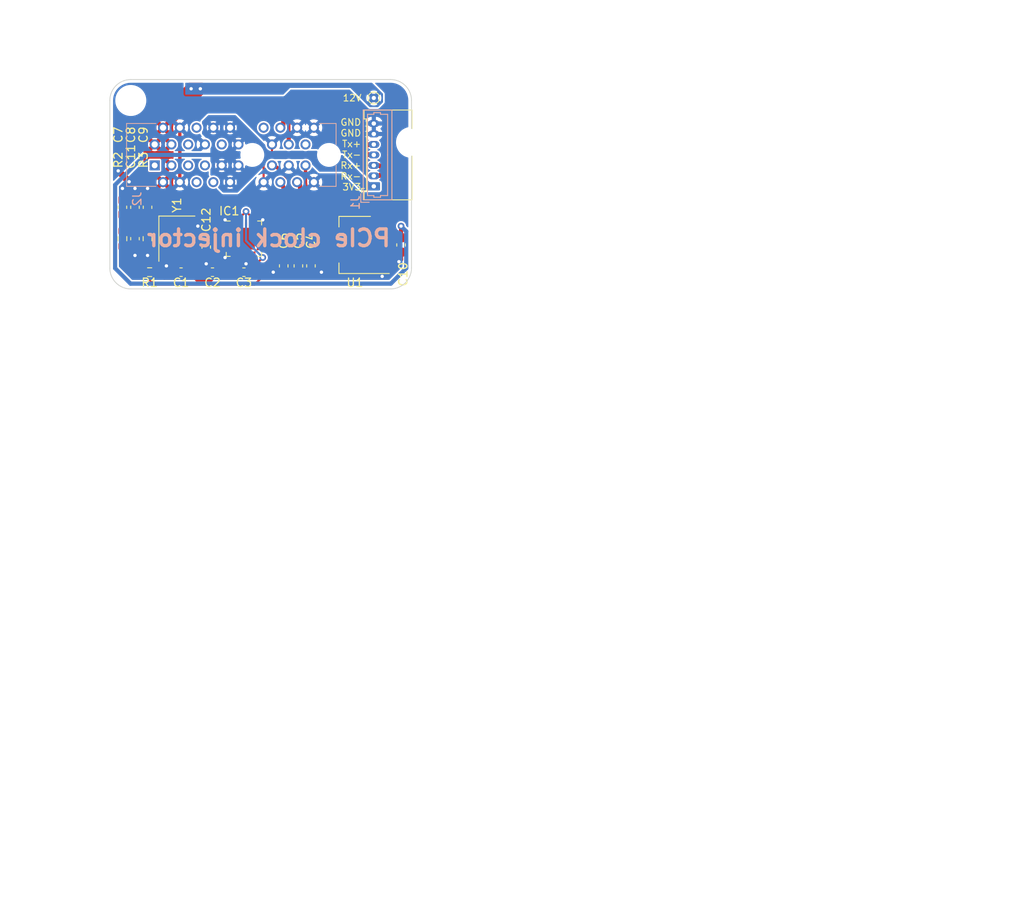
<source format=kicad_pcb>
(kicad_pcb (version 20221018) (generator pcbnew)
  (layers (0 "F.Cu" signal) (31 "B.Cu" signal) (34 "B.Paste" user) (35 "F.Paste" user) (36 "B.SilkS" user "B.Silkscreen") (37 "F.SilkS" user "F.Silkscreen") (38 "B.Mask" user) (39 "F.Mask" user) (44 "Edge.Cuts" user))
  (net 0 "")
  (net 1 "/VDD_OSC_18")
  (net 2 "GND")
  (net 3 "/VDDO_18")
  (net 4 "/VDDA_18")
  (net 5 "Net-(IC1-XTAL_IN{slash}CLK)")
  (net 6 "Net-(IC1-XTAL_OUT)")
  (net 11 "/Clk+")
  (net 12 "/Clk-")
  (net 15 "/Tx-")
  (net 16 "/Tx+")
  (net 17 "/3V3")
  (net 18 "/Rx-")
  (net 19 "/Rx+")
  (net 21 "/12V")
  (footprint "Resistor_SMD:R_0603_1608Metric_Pad0.98x0.95mm_HandSolder" (layer "F.Cu") (at 104.75 98 180)
    (fp_text reference "R1" (at 0 -1.25) (layer "F.SilkS"))
    (fp_text value "1")
    (fp_line (start -0.254724 -0.5225) (end 0.254724 -0.5225) (stroke (width 0.12)) (layer "F.SilkS"))
    (fp_line (start -0.254724 0.5225) (end 0.254724 0.5225) (stroke (width 0.12)) (layer "F.SilkS"))
    (pad "1" smd roundrect (at -0.9125 0 180) (size 0.975 0.95) (layers "F.Cu" "F.Paste" "F.Mask") (net 1 "/VDD_OSC_18"))
    (pad "2" smd roundrect (at 0.9125 0 180) (size 0.975 0.95) (layers "F.Cu" "F.Paste" "F.Mask") (net 3 "/VDDO_18"))
  )
  (footprint "Connector_Molex:Molex_PicoBlade_53048-0710_1x07_P1.25mm_Horizontal" (layer "F.Cu") (at 131.5 87.75 90)
    (fp_text reference "J3" hide)
    (fp_text value "Conn_01x07_MountingPin")
    (fp_line (start -1.61 -1.16) (end -1.61 4.56) (stroke (width 0.12)) (layer "F.SilkS"))
    (fp_line (start -1.61 4.56) (end 3.75 4.56) (stroke (width 0.12)) (layer "F.SilkS"))
    (fp_line (start -0.54 -1.16) (end -1.61 -1.16) (stroke (width 0.12)) (layer "F.SilkS"))
    (fp_line (start -0.54 -0.86) (end -0.54 -1.16) (stroke (width 0.12)) (layer "F.SilkS"))
    (fp_line (start -0.25 -1.45) (end -0.75 -1.45) (stroke (width 0.12)) (layer "F.SilkS"))
    (fp_line (start -0.25 -1.15) (end -0.25 -1.45) (stroke (width 0.12)) (layer "F.SilkS"))
    (fp_line (start 3.75 -0.86) (end -0.54 -0.86) (stroke (width 0.12)) (layer "F.SilkS"))
    (fp_line (start 3.75 -0.86) (end 8.04 -0.86) (stroke (width 0.12)) (layer "F.SilkS"))
    (fp_line (start 8.04 -1.16) (end 9.11 -1.16) (stroke (width 0.12)) (layer "F.SilkS"))
    (fp_line (start 8.04 -0.86) (end 8.04 -1.16) (stroke (width 0.12)) (layer "F.SilkS"))
    (fp_line (start 9.11 -1.16) (end 9.11 4.56) (stroke (width 0.12)) (layer "F.SilkS"))
    (fp_line (start 9.11 4.56) (end 3.75 4.56) (stroke (width 0.12)) (layer "F.SilkS"))
    (pad "1" thru_hole roundrect (at 0 0 90) (size 0.8 1.3) (drill 0.5) (layers "*.Cu" "*.Mask") (net 17 "/3V3"))
    (pad "2" thru_hole oval (at 1.25 0 90) (size 0.8 1.3) (drill 0.5) (layers "*.Cu" "*.Mask") (net 18 "/Rx-"))
    (pad "3" thru_hole oval (at 2.5 0 90) (size 0.8 1.3) (drill 0.5) (layers "*.Cu" "*.Mask") (net 19 "/Rx+"))
    (pad "4" thru_hole oval (at 3.75 0 90) (size 0.8 1.3) (drill 0.5) (layers "*.Cu" "*.Mask") (net 15 "/Tx-"))
    (pad "5" thru_hole oval (at 5 0 90) (size 0.8 1.3) (drill 0.5) (layers "*.Cu" "*.Mask") (net 16 "/Tx+"))
    (pad "6" thru_hole oval (at 6.25 0 90) (size 0.8 1.3) (drill 0.5) (layers "*.Cu" "*.Mask") (net 2 "GND"))
    (pad "7" thru_hole oval (at 7.5 0 90) (size 0.8 1.3) (drill 0.5) (layers "*.Cu" "*.Mask") (net 2 "GND"))
  )
  (footprint "Package_TO_SOT_SMD:SOT-223-3_TabPin2" (layer "F.Cu") (at 129.25 94.75 180)
    (fp_text reference "U1" (at 0 -4.5) (layer "F.SilkS"))
    (fp_text value "AMS1117-1.8")
    (fp_line (start -4.1 -3.41) (end 1.91 -3.41) (stroke (width 0.12)) (layer "F.SilkS"))
    (fp_line (start -1.85 3.41) (end 1.91 3.41) (stroke (width 0.12)) (layer "F.SilkS"))
    (fp_line (start 1.91 -3.41) (end 1.91 -2.15) (stroke (width 0.12)) (layer "F.SilkS"))
    (fp_line (start 1.91 3.41) (end 1.91 2.15) (stroke (width 0.12)) (layer "F.SilkS"))
    (pad "1" smd rect (at -3.15 -2.3 180) (size 2 1.5) (layers "F.Cu" "F.Paste" "F.Mask") (net 2 "GND"))
    (pad "2" smd rect (at -3.15 0 180) (size 2 1.5) (layers "F.Cu" "F.Paste" "F.Mask") (net 3 "/VDDO_18"))
    (pad "2" smd rect (at 3.15 0 180) (size 2 3.8) (layers "F.Cu" "F.Paste" "F.Mask") (net 3 "/VDDO_18"))
    (pad "3" smd rect (at -3.15 2.3 180) (size 2 1.5) (layers "F.Cu" "F.Paste" "F.Mask") (net 17 "/3V3"))
  )
  (footprint "Capacitor_SMD:C_0603_1608Metric_Pad1.08x0.95mm_HandSolder" (layer "F.Cu") (at 112.25 98 180)
    (fp_text reference "C2" (at 0 -1.25) (layer "F.SilkS"))
    (fp_text value "1u")
    (fp_line (start -0.146267 -0.51) (end 0.146267 -0.51) (stroke (width 0.12)) (layer "F.SilkS"))
    (fp_line (start -0.146267 0.51) (end 0.146267 0.51) (stroke (width 0.12)) (layer "F.SilkS"))
    (pad "1" smd roundrect (at -0.8625 0 180) (size 1.075 0.95) (layers "F.Cu" "F.Paste" "F.Mask") (net 1 "/VDD_OSC_18"))
    (pad "2" smd roundrect (at 0.8625 0 180) (size 1.075 0.95) (layers "F.Cu" "F.Paste" "F.Mask") (net 2 "GND"))
  )
  (footprint "Resistor_SMD:R_0603_1608Metric_Pad0.98x0.95mm_HandSolder" (layer "F.Cu") (at 101.5 94 90)
    (fp_text reference "R2" (at 9.4 -0.5 90) (layer "F.SilkS"))
    (fp_text value "1R5")
    (fp_line (start -0.254724 -0.5225) (end 0.254724 -0.5225) (stroke (width 0.12)) (layer "F.SilkS"))
    (fp_line (start -0.254724 0.5225) (end 0.254724 0.5225) (stroke (width 0.12)) (layer "F.SilkS"))
    (pad "1" smd roundrect (at -0.9125 0 90) (size 0.975 0.95) (layers "F.Cu" "F.Paste" "F.Mask") (net 3 "/VDDO_18"))
    (pad "2" smd roundrect (at 0.9125 0 90) (size 0.975 0.95) (layers "F.Cu" "F.Paste" "F.Mask") (net 4 "/VDDA_18"))
  )
  (footprint "Capacitor_SMD:C_0603_1608Metric_Pad1.08x0.95mm_HandSolder" (layer "F.Cu") (at 101.5 90.25 90)
    (fp_text reference "C7" (at 8.65 -0.5 90) (layer "F.SilkS"))
    (fp_text value "10u")
    (fp_line (start -0.146267 -0.51) (end 0.146267 -0.51) (stroke (width 0.12)) (layer "F.SilkS"))
    (fp_line (start -0.146267 0.51) (end 0.146267 0.51) (stroke (width 0.12)) (layer "F.SilkS"))
    (pad "1" smd roundrect (at -0.8625 0 90) (size 1.075 0.95) (layers "F.Cu" "F.Paste" "F.Mask") (net 4 "/VDDA_18"))
    (pad "2" smd roundrect (at 0.8625 0 90) (size 1.075 0.95) (layers "F.Cu" "F.Paste" "F.Mask") (net 2 "GND"))
  )
  (footprint "Crystal:Crystal_SMD_SeikoEpson_TSX3225-4Pin_3.2x2.5mm_HandSoldering" (layer "F.Cu") (at 108 94 -90)
    (fp_text reference "Y1" (at -4 0 90) (layer "F.SilkS"))
    (fp_text value "25MHz")
    (fp_line (start -2.7 -2.15) (end -2.7 2.15) (stroke (width 0.12)) (layer "F.SilkS"))
    (fp_line (start -2.7 2.15) (end 2.7 2.15) (stroke (width 0.12)) (layer "F.SilkS"))
    (pad "1" smd rect (at -1.45 1.0875 270) (size 2.1 1.725) (layers "F.Cu" "F.Paste" "F.Mask") (net 5 "Net-(IC1-XTAL_IN{slash}CLK)"))
    (pad "2" smd rect (at 1.45 1.0875 270) (size 2.1 1.725) (layers "F.Cu" "F.Paste" "F.Mask") (net 2 "GND"))
    (pad "3" smd rect (at 1.45 -1.0875 270) (size 2.1 1.725) (layers "F.Cu" "F.Paste" "F.Mask") (net 6 "Net-(IC1-XTAL_OUT)"))
    (pad "4" smd rect (at -1.45 -1.0875 270) (size 2.1 1.725) (layers "F.Cu" "F.Paste" "F.Mask") (net 2 "GND"))
  )
  (footprint "Resistor_SMD:R_0603_1608Metric_Pad0.98x0.95mm_HandSolder" (layer "F.Cu") (at 104.5 94 -90)
    (fp_text reference "R3" (at -9.4 0.5 90) (layer "F.SilkS"))
    (fp_text value "R")
    (fp_line (start -0.254724 -0.5225) (end 0.254724 -0.5225) (stroke (width 0.12)) (layer "F.SilkS"))
    (fp_line (start -0.254724 0.5225) (end 0.254724 0.5225) (stroke (width 0.12)) (layer "F.SilkS"))
    (pad "1" smd roundrect (at -0.9125 0 270) (size 0.975 0.95) (layers "F.Cu" "F.Paste" "F.Mask") (net 5 "Net-(IC1-XTAL_IN{slash}CLK)"))
    (pad "2" smd roundrect (at 0.9125 0 270) (size 0.975 0.95) (layers "F.Cu" "F.Paste" "F.Mask") (net 2 "GND"))
  )
  (footprint "MountingHole:MountingHole_3.2mm_M3_ISO7380" (layer "F.Cu") (at 136 82.5)
    (fp_text reference "H2" hide)
    (fp_text value "MountingHole")
    (pad "" np_thru_hole circle (at 0 0) (size 3.2 3.2) (drill 3.2) (layers "*.Cu" "*.Mask"))
  )
  (footprint "Capacitor_SMD:C_0603_1608Metric_Pad1.08x0.95mm_HandSolder" (layer "F.Cu") (at 104.5 90.25 90)
    (fp_text reference "C9" (at 8.65 -0.5 90) (layer "F.SilkS"))
    (fp_text value "100n")
    (fp_line (start -0.146267 -0.51) (end 0.146267 -0.51) (stroke (width 0.12)) (layer "F.SilkS"))
    (fp_line (start -0.146267 0.51) (end 0.146267 0.51) (stroke (width 0.12)) (layer "F.SilkS"))
    (pad "1" smd roundrect (at -0.8625 0 90) (size 1.075 0.95) (layers "F.Cu" "F.Paste" "F.Mask") (net 4 "/VDDA_18"))
    (pad "2" smd roundrect (at 0.8625 0 90) (size 1.075 0.95) (layers "F.Cu" "F.Paste" "F.Mask") (net 2 "GND"))
  )
  (footprint "Capacitor_SMD:C_0603_1608Metric_Pad1.08x0.95mm_HandSolder" (layer "F.Cu") (at 103 94 -90)
    (fp_text reference "C11" (at -9.8 0.5 90) (layer "F.SilkS"))
    (fp_text value "8p")
    (fp_line (start -0.146267 -0.51) (end 0.146267 -0.51) (stroke (width 0.12)) (layer "F.SilkS"))
    (fp_line (start -0.146267 0.51) (end 0.146267 0.51) (stroke (width 0.12)) (layer "F.SilkS"))
    (pad "1" smd roundrect (at -0.8625 0 270) (size 1.075 0.95) (layers "F.Cu" "F.Paste" "F.Mask") (net 5 "Net-(IC1-XTAL_IN{slash}CLK)"))
    (pad "2" smd roundrect (at 0.8625 0 270) (size 1.075 0.95) (layers "F.Cu" "F.Paste" "F.Mask") (net 2 "GND"))
  )
  (footprint "TestPoint:TestPoint_THTPad_D1.0mm_Drill0.5mm" (layer "F.Cu") (at 131.5 77.2)
    (fp_text reference "TP1" hide)
    (fp_text value "12V")
    (fp_text user "${VALUE}" (at -1.4 0 unlocked) (layer "F.SilkS") (effects (font (size 0.8 0.8) (thickness 0.12)) (justify right)))
    (fp_circle (center 0 0) (end 0 0.7) (stroke (width 0.12)) (fill none) (layer "F.SilkS"))
    (pad "1" thru_hole circle (at 0 0) (size 1 1) (drill 0.5) (layers "*.Cu" "*.Mask") (net 21 "/12V"))
  )
  (footprint "Capacitor_SMD:C_0603_1608Metric_Pad1.08x0.95mm_HandSolder" (layer "F.Cu") (at 120.75 97.25 -90)
    (fp_text reference "C6" (at -3 0 90) (layer "F.SilkS"))
    (fp_text value "100n")
    (fp_line (start -0.146267 -0.51) (end 0.146267 -0.51) (stroke (width 0.12)) (layer "F.SilkS"))
    (fp_line (start -0.146267 0.51) (end 0.146267 0.51) (stroke (width 0.12)) (layer "F.SilkS"))
    (pad "1" smd roundrect (at -0.8625 0 270) (size 1.075 0.95) (layers "F.Cu" "F.Paste" "F.Mask") (net 3 "/VDDO_18"))
    (pad "2" smd roundrect (at 0.8625 0 270) (size 1.075 0.95) (layers "F.Cu" "F.Paste" "F.Mask") (net 2 "GND"))
  )
  (footprint "Capacitor_SMD:C_0603_1608Metric_Pad1.08x0.95mm_HandSolder" (layer "F.Cu") (at 122.5 97.25 -90)
    (fp_text reference "C5" (at -3 0 90) (layer "F.SilkS"))
    (fp_text value "1u")
    (fp_line (start -0.146267 -0.51) (end 0.146267 -0.51) (stroke (width 0.12)) (layer "F.SilkS"))
    (fp_line (start -0.146267 0.51) (end 0.146267 0.51) (stroke (width 0.12)) (layer "F.SilkS"))
    (pad "1" smd roundrect (at -0.8625 0 270) (size 1.075 0.95) (layers "F.Cu" "F.Paste" "F.Mask") (net 3 "/VDDO_18"))
    (pad "2" smd roundrect (at 0.8625 0 270) (size 1.075 0.95) (layers "F.Cu" "F.Paste" "F.Mask") (net 2 "GND"))
  )
  (footprint "Package_DFN_QFN:QFN-24-1EP_4x4mm_P0.5mm_EP2.6x2.6mm" (layer "F.Cu") (at 116 94)
    (fp_text reference "IC1" (at -1.75 -3.3) (layer "F.SilkS"))
    (fp_text value "PI6CG18201ZDIEX")
    (fp_line (start -2.11 2.11) (end -2.11 1.635) (stroke (width 0.12)) (layer "F.SilkS"))
    (fp_line (start -1.635 -2.11) (end -2.11 -2.11) (stroke (width 0.12)) (layer "F.SilkS"))
    (fp_line (start -1.635 2.11) (end -2.11 2.11) (stroke (width 0.12)) (layer "F.SilkS"))
    (fp_line (start 1.635 -2.11) (end 2.11 -2.11) (stroke (width 0.12)) (layer "F.SilkS"))
    (fp_line (start 1.635 2.11) (end 2.11 2.11) (stroke (width 0.12)) (layer "F.SilkS"))
    (fp_line (start 2.11 -2.11) (end 2.11 -1.635) (stroke (width 0.12)) (layer "F.SilkS"))
    (fp_line (start 2.11 2.11) (end 2.11 1.635) (stroke (width 0.12)) (layer "F.SilkS"))
    (pad "1" smd roundrect (at -1.9375 -1.25) (size 0.825 0.25) (layers "F.Cu" "F.Paste" "F.Mask") (net 5 "Net-(IC1-XTAL_IN{slash}CLK)"))
    (pad "2" smd roundrect (at -1.9375 -0.75) (size 0.825 0.25) (layers "F.Cu" "F.Paste" "F.Mask") (net 6 "Net-(IC1-XTAL_OUT)"))
    (pad "3" smd roundrect (at -1.9375 -0.25) (size 0.825 0.25) (layers "F.Cu" "F.Paste" "F.Mask") (net 1 "/VDD_OSC_18"))
    (pad "4" smd roundrect (at -1.9375 0.25) (size 0.825 0.25) (layers "F.Cu" "F.Paste" "F.Mask"))
    (pad "5" smd roundrect (at -1.9375 0.75) (size 0.825 0.25) (layers "F.Cu" "F.Paste" "F.Mask") (net 2 "GND"))
    (pad "6" smd roundrect (at -1.9375 1.25) (size 0.825 0.25) (layers "F.Cu" "F.Paste" "F.Mask") (net 2 "GND"))
    (pad "7" smd roundrect (at -1.25 1.9375) (size 0.25 0.825) (layers "F.Cu" "F.Paste" "F.Mask") (net 1 "/VDD_OSC_18"))
    (pad "8" smd roundrect (at -0.75 1.9375) (size 0.25 0.825) (layers "F.Cu" "F.Paste" "F.Mask"))
    (pad "9" smd roundrect (at -0.25 1.9375) (size 0.25 0.825) (layers "F.Cu" "F.Paste" "F.Mask"))
    (pad "10" smd roundrect (at 0.25 1.9375) (size 0.25 0.825) (layers "F.Cu" "F.Paste" "F.Mask") (net 2 "GND"))
    (pad "11" smd roundrect (at 0.75 1.9375) (size 0.25 0.825) (layers "F.Cu" "F.Paste" "F.Mask") (net 3 "/VDDO_18"))
    (pad "12" smd roundrect (at 1.25 1.9375) (size 0.25 0.825) (layers "F.Cu" "F.Paste" "F.Mask"))
    (pad "13" smd roundrect (at 1.9375 1.25) (size 0.825 0.25) (layers "F.Cu" "F.Paste" "F.Mask") (net 11 "/Clk+"))
    (pad "14" smd roundrect (at 1.9375 0.75) (size 0.825 0.25) (layers "F.Cu" "F.Paste" "F.Mask") (net 12 "/Clk-"))
    (pad "15" smd roundrect (at 1.9375 0.25) (size 0.825 0.25) (layers "F.Cu" "F.Paste" "F.Mask") (net 2 "GND"))
    (pad "16" smd roundrect (at 1.9375 -0.25) (size 0.825 0.25) (layers "F.Cu" "F.Paste" "F.Mask") (net 4 "/VDDA_18"))
    (pad "17" smd roundrect (at 1.9375 -0.75) (size 0.825 0.25) (layers "F.Cu" "F.Paste" "F.Mask"))
    (pad "18" smd roundrect (at 1.9375 -1.25) (size 0.825 0.25) (layers "F.Cu" "F.Paste" "F.Mask"))
    (pad "19" smd roundrect (at 1.25 -1.9375) (size 0.25 0.825) (layers "F.Cu" "F.Paste" "F.Mask") (net 2 "GND"))
    (pad "20" smd roundrect (at 0.75 -1.9375) (size 0.25 0.825) (layers "F.Cu" "F.Paste" "F.Mask") (net 3 "/VDDO_18"))
    (pad "21" smd roundrect (at 0.25 -1.9375) (size 0.25 0.825) (layers "F.Cu" "F.Paste" "F.Mask") (net 2 "GND"))
    (pad "22" smd roundrect (at -0.25 -1.9375) (size 0.25 0.825) (layers "F.Cu" "F.Paste" "F.Mask") (net 3 "/VDDO_18"))
    (pad "23" smd roundrect (at -0.75 -1.9375) (size 0.25 0.825) (layers "F.Cu" "F.Paste" "F.Mask") (net 2 "GND"))
    (pad "24" smd roundrect (at -1.25 -1.9375) (size 0.25 0.825) (layers "F.Cu" "F.Paste" "F.Mask") (net 2 "GND"))
    (pad "25" smd rect (at 0 0) (size 2.6 2.6) (layers "F.Cu" "F.Mask") (net 2 "GND"))
  )
  (footprint "Capacitor_SMD:C_0603_1608Metric_Pad1.08x0.95mm_HandSolder" (layer "F.Cu") (at 111.5 95 -90)
    (fp_text reference "C12" (at -3.25 0 90) (layer "F.SilkS"))
    (fp_text value "8p")
    (fp_line (start -0.146267 -0.51) (end 0.146267 -0.51) (stroke (width 0.12)) (layer "F.SilkS"))
    (fp_line (start -0.146267 0.51) (end 0.146267 0.51) (stroke (width 0.12)) (layer "F.SilkS"))
    (pad "1" smd roundrect (at -0.8625 0 270) (size 1.075 0.95) (layers "F.Cu" "F.Paste" "F.Mask") (net 6 "Net-(IC1-XTAL_OUT)"))
    (pad "2" smd roundrect (at 0.8625 0 270) (size 1.075 0.95) (layers "F.Cu" "F.Paste" "F.Mask") (net 2 "GND"))
  )
  (footprint "Capacitor_SMD:C_0603_1608Metric_Pad1.08x0.95mm_HandSolder" (layer "F.Cu") (at 134.75 94.75 -90)
    (fp_text reference "C10" (at 3.5 -0.25 90) (layer "F.SilkS"))
    (fp_text value "100n")
    (fp_line (start -0.146267 -0.51) (end 0.146267 -0.51) (stroke (width 0.12)) (layer "F.SilkS"))
    (fp_line (start -0.146267 0.51) (end 0.146267 0.51) (stroke (width 0.12)) (layer "F.SilkS"))
    (pad "1" smd roundrect (at -0.8625 0 270) (size 1.075 0.95) (layers "F.Cu" "F.Paste" "F.Mask") (net 17 "/3V3"))
    (pad "2" smd roundrect (at 0.8625 0 270) (size 1.075 0.95) (layers "F.Cu" "F.Paste" "F.Mask") (net 2 "GND"))
  )
  (footprint "Capacitor_SMD:C_0603_1608Metric_Pad1.08x0.95mm_HandSolder" (layer "F.Cu") (at 108.5 98 180)
    (fp_text reference "C1" (at 0 -1.25) (layer "F.SilkS"))
    (fp_text value "10u")
    (fp_line (start -0.146267 -0.51) (end 0.146267 -0.51) (stroke (width 0.12)) (layer "F.SilkS"))
    (fp_line (start -0.146267 0.51) (end 0.146267 0.51) (stroke (width 0.12)) (layer "F.SilkS"))
    (pad "1" smd roundrect (at -0.8625 0 180) (size 1.075 0.95) (layers "F.Cu" "F.Paste" "F.Mask") (net 1 "/VDD_OSC_18"))
    (pad "2" smd roundrect (at 0.8625 0 180) (size 1.075 0.95) (layers "F.Cu" "F.Paste" "F.Mask") (net 2 "GND"))
  )
  (footprint "Capacitor_SMD:C_0603_1608Metric_Pad1.08x0.95mm_HandSolder" (layer "F.Cu") (at 116 98)
    (fp_text reference "C3" (at 0 1.25) (layer "F.SilkS"))
    (fp_text value "100n")
    (fp_line (start -0.146267 -0.51) (end 0.146267 -0.51) (stroke (width 0.12)) (layer "F.SilkS"))
    (fp_line (start -0.146267 0.51) (end 0.146267 0.51) (stroke (width 0.12)) (layer "F.SilkS"))
    (pad "1" smd roundrect (at -0.8625 0) (size 1.075 0.95) (layers "F.Cu" "F.Paste" "F.Mask") (net 1 "/VDD_OSC_18"))
    (pad "2" smd roundrect (at 0.8625 0) (size 1.075 0.95) (layers "F.Cu" "F.Paste" "F.Mask") (net 2 "GND"))
  )
  (footprint "Capacitor_SMD:C_0603_1608Metric_Pad1.08x0.95mm_HandSolder" (layer "F.Cu") (at 124 97.25 -90)
    (fp_text reference "C4" (at -3 0 90) (layer "F.SilkS"))
    (fp_text value "10u")
    (fp_line (start -0.146267 -0.51) (end 0.146267 -0.51) (stroke (width 0.12)) (layer "F.SilkS"))
    (fp_line (start -0.146267 0.51) (end 0.146267 0.51) (stroke (width 0.12)) (layer "F.SilkS"))
    (pad "1" smd roundrect (at -0.8625 0 270) (size 1.075 0.95) (layers "F.Cu" "F.Paste" "F.Mask") (net 3 "/VDDO_18"))
    (pad "2" smd roundrect (at 0.8625 0 270) (size 1.075 0.95) (layers "F.Cu" "F.Paste" "F.Mask") (net 2 "GND"))
  )
  (footprint "Capacitor_SMD:C_0603_1608Metric_Pad1.08x0.95mm_HandSolder" (layer "F.Cu") (at 103 90.25 90)
    (fp_text reference "C8" (at 8.65 -0.5 90) (layer "F.SilkS"))
    (fp_text value "1u")
    (fp_line (start -0.146267 -0.51) (end 0.146267 -0.51) (stroke (width 0.12)) (layer "F.SilkS"))
    (fp_line (start -0.146267 0.51) (end 0.146267 0.51) (stroke (width 0.12)) (layer "F.SilkS"))
    (pad "1" smd roundrect (at -0.8625 0 90) (size 1.075 0.95) (layers "F.Cu" "F.Paste" "F.Mask") (net 4 "/VDDA_18"))
    (pad "2" smd roundrect (at 0.8625 0 90) (size 1.075 0.95) (layers "F.Cu" "F.Paste" "F.Mask") (net 2 "GND"))
  )
  (footprint "MountingHole:MountingHole_3.2mm_M3_ISO7380" (layer "B.Cu") (at 102.5 77.5 180)
    (fp_text reference "H1" hide)
    (fp_text value "MountingHole")
    (pad "" np_thru_hole circle (at 0 0 180) (size 3.2 3.2) (drill 3.2) (layers "*.Cu" "*.Mask"))
  )
  (footprint "Kharars-KiCAD-lib:PCIE03602FDTH" (layer "B.Cu") (at 127 84 180)
    (fp_text reference "J2" (at 23.75 -5.25 90) (layer "B.SilkS") (effects (justify mirror)))
    (fp_text value "PCI_Express_x1 female connector" hide)
    (fp_line (start 0 -3.75) (end 2 -3.75) (stroke (width 0.1)) (layer "B.SilkS"))
    (fp_line (start 0 -1.25) (end 0 -3.75) (stroke (width 0.1)) (layer "B.SilkS"))
    (fp_line (start 0 3.75) (end 0 1.25) (stroke (width 0.1)) (layer "B.SilkS"))
    (fp_line (start 2 3.75) (end 0 3.75) (stroke (width 0.1)) (layer "B.SilkS"))
    (fp_line (start 22 -3.75) (end 21.5 -3.75) (stroke (width 0.1)) (layer "B.SilkS"))
    (fp_line (start 22 3.75) (end 21.5 3.75) (stroke (width 0.1)) (layer "B.SilkS"))
    (fp_line (start 22 3.75) (end 25 3.75) (stroke (width 0.1)) (layer "B.SilkS"))
    (fp_line (start 25 -3.75) (end 22 -3.75) (stroke (width 0.1)) (layer "B.SilkS"))
    (fp_line (start 25 3.75) (end 25 -3.75) (stroke (width 0.1)) (layer "B.SilkS"))
    (pad "" np_thru_hole circle (at 0.85 0 90) (size 2.35 2.35) (drill 2.35) (layers "F&B.Cu" "*.Mask"))
    (pad "" np_thru_hole circle (at 10 0 90) (size 2.35 2.35) (drill 2.35) (layers "F&B.Cu" "*.Mask"))
    (pad "A1" thru_hole rect (at 21.65 -1.25 90) (size 1.2 1.2) (drill 0.7) (layers "*.Cu" "*.Mask"))
    (pad "A2" thru_hole circle (at 20.65 -3.25 90) (size 1.2 1.2) (drill 0.75) (layers "*.Cu" "*.Mask") (net 21 "/12V"))
    (pad "A3" thru_hole circle (at 19.65 -1.25 90) (size 1.2 1.2) (drill 0.75) (layers "*.Cu" "*.Mask") (net 21 "/12V"))
    (pad "A4" thru_hole circle (at 18.65 -3.25 90) (size 1.2 1.2) (drill 0.75) (layers "*.Cu" "*.Mask") (net 2 "GND"))
    (pad "A5" thru_hole circle (at 17.65 -1.25 90) (size 1.2 1.2) (drill 0.75) (layers "*.Cu" "*.Mask"))
    (pad "A6" thru_hole circle (at 16.65 -3.25 90) (size 1.2 1.2) (drill 0.75) (layers "*.Cu" "*.Mask"))
    (pad "A7" thru_hole circle (at 15.65 -1.25 90) (size 1.2 1.2) (drill 0.75) (layers "*.Cu" "*.Mask"))
    (pad "A8" thru_hole circle (at 14.65 -3.25 90) (size 1.2 1.2) (drill 0.75) (layers "*.Cu" "*.Mask"))
    (pad "A9" thru_hole circle (at 13.65 -1.25 90) (size 1.2 1.2) (drill 0.75) (layers "*.Cu" "*.Mask") (net 17 "/3V3"))
    (pad "A10" thru_hole circle (at 12.65 -3.25 90) (size 1.2 1.2) (drill 0.75) (layers "*.Cu" "*.Mask") (net 17 "/3V3"))
    (pad "A11" thru_hole circle (at 11.65 -1.25 90) (size 1.2 1.2) (drill 0.75) (layers "*.Cu" "*.Mask") (net 17 "/3V3"))
    (pad "A12" thru_hole circle (at 8.65 -3.25 90) (size 1.2 1.2) (drill 0.75) (layers "*.Cu" "*.Mask") (net 2 "GND"))
    (pad "A13" thru_hole circle (at 7.65 -1.25 90) (size 1.2 1.2) (drill 0.75) (layers "*.Cu" "*.Mask") (net 11 "/Clk+"))
    (pad "A14" thru_hole circle (at 6.65 -3.25 90) (size 1.2 1.2) (drill 0.75) (layers "*.Cu" "*.Mask") (net 12 "/Clk-"))
    (pad "A15" thru_hole circle (at 5.65 -1.25 90) (size 1.2 1.2) (drill 0.75) (layers "*.Cu" "*.Mask") (net 2 "GND"))
    (pad "A16" thru_hole circle (at 4.65 -3.25 90) (size 1.2 1.2) (drill 0.75) (layers "*.Cu" "*.Mask") (net 19 "/Rx+"))
    (pad "A17" thru_hole circle (at 3.65 -1.25 90) (size 1.2 1.2) (drill 0.75) (layers "*.Cu" "*.Mask") (net 18 "/Rx-"))
    (pad "A18" thru_hole circle (at 2.65 -3.25 90) (size 1.2 1.2) (drill 0.75) (layers "*.Cu" "*.Mask") (net 2 "GND"))
    (pad "B1" thru_hole circle (at 21.65 1.25 90) (size 1.2 1.2) (drill 0.75) (layers "*.Cu" "*.Mask") (net 21 "/12V"))
    (pad "B2" thru_hole circle (at 20.65 3.25 90) (size 1.2 1.2) (drill 0.75) (layers "*.Cu" "*.Mask") (net 21 "/12V"))
    (pad "B3" thru_hole circle (at 19.65 1.25 90) (size 1.2 1.2) (drill 0.75) (layers "*.Cu" "*.Mask") (net 21 "/12V"))
    (pad "B4" thru_hole circle (at 18.65 3.25 90) (size 1.2 1.2) (drill 0.75) (layers "*.Cu" "*.Mask") (net 2 "GND"))
    (pad "B5" thru_hole circle (at 17.65 1.25 90) (size 1.2 1.2) (drill 0.75) (layers "*.Cu" "*.Mask"))
    (pad "B6" thru_hole circle (at 16.65 3.25 90) (size 1.2 1.2) (drill 0.75) (layers "*.Cu" "*.Mask"))
    (pad "B7" thru_hole circle (at 15.65 1.25 90) (size 1.2 1.2) (drill 0.75) (layers "*.Cu" "*.Mask") (net 2 "GND"))
    (pad "B8" thru_hole circle (at 14.65 3.25 90) (size 1.2 1.2) (drill 0.75) (layers "*.Cu" "*.Mask") (net 17 "/3V3"))
    (pad "B9" thru_hole circle (at 13.65 1.25 90) (size 1.2 1.2) (drill 0.75) (layers "*.Cu" "*.Mask"))
    (pad "B10" thru_hole circle (at 12.65 3.25 90) (size 1.2 1.2) (drill 0.75) (layers "*.Cu" "*.Mask") (net 17 "/3V3"))
    (pad "B11" thru_hole circle (at 11.65 1.25 90) (size 1.2 1.2) (drill 0.75) (layers "*.Cu" "*.Mask") (net 17 "/3V3"))
    (pad "B12" thru_hole circle (at 8.65 3.25 90) (size 1.2 1.2) (drill 0.75) (layers "*.Cu" "*.Mask"))
    (pad "B13" thru_hole circle (at 7.65 1.25 90) (size 1.2 1.2) (drill 0.75) (layers "*.Cu" "*.Mask") (net 2 "GND"))
    (pad "B14" thru_hole circle (at 6.65 3.25 90) (size 1.2 1.2) (drill 0.75) (layers "*.Cu" "*.Mask") (net 16 "/Tx+"))
    (pad "B15" thru_hole circle (at 5.65 1.25 90) (size 1.2 1.2) (drill 0.75) (layers "*.Cu" "*.Mask") (net 15 "/Tx-"))
    (pad "B16" thru_hole circle (at 4.65 3.25 90) (size 1.2 1.2) (drill 0.75) (layers "*.Cu" "*.Mask") (net 2 "GND"))
    (pad "B17" thru_hole circle (at 3.65 1.25 90) (size 1.2 1.2) (drill 0.75) (layers "*.Cu" "*.Mask"))
    (pad "B18" thru_hole circle (at 2.65 3.25 90) (size 1.2 1.2) (drill 0.75) (layers "*.Cu" "*.Mask") (net 2 "GND"))
  )
  (footprint "Connector_Molex:Molex_PicoBlade_53047-0710_1x07_P1.25mm_Vertical" (layer "B.Cu") (at 131.5 87.75 90)
    (fp_text reference "J1" (at -1.95 -2.2 90) (layer "B.SilkS") (effects (justify mirror)))
    (fp_text value "Conn_01x07_MountingPin")
    (fp_line (start -1.9 -1.55) (end -1.9 -0.55) (stroke (width 0.12)) (layer "B.SilkS"))
    (fp_line (start -1.9 -1.55) (end -0.9 -1.55) (stroke (width 0.12)) (layer "B.SilkS"))
    (fp_line (start -1.61 -1.26) (end 9.11 -1.26) (stroke (width 0.12)) (layer "B.SilkS"))
    (fp_line (start -1.61 2.16) (end -1.61 -1.26) (stroke (width 0.12)) (layer "B.SilkS"))
    (fp_line (start -1.3 0) (end -1.3 0.8) (stroke (width 0.12)) (layer "B.SilkS"))
    (fp_line (start -1.3 0.8) (end -1.1 0.8) (stroke (width 0.12)) (layer "B.SilkS"))
    (fp_line (start -1.1 -0.75) (end -1.1 0) (stroke (width 0.12)) (layer "B.SilkS"))
    (fp_line (start -1.1 0) (end -1.3 0) (stroke (width 0.12)) (layer "B.SilkS"))
    (fp_line (start -1.1 0.8) (end -1.1 1.65) (stroke (width 0.12)) (layer "B.SilkS"))
    (fp_line (start -1.1 1.65) (end 3.75 1.65) (stroke (width 0.12)) (layer "B.SilkS"))
    (fp_line (start 3.75 -0.75) (end -1.1 -0.75) (stroke (width 0.12)) (layer "B.SilkS"))
    (fp_line (start 3.75 -0.75) (end 8.6 -0.75) (stroke (width 0.12)) (layer "B.SilkS"))
    (fp_line (start 8.6 -0.75) (end 8.6 0) (stroke (width 0.12)) (layer "B.SilkS"))
    (fp_line (start 8.6 0) (end 8.8 0) (stroke (width 0.12)) (layer "B.SilkS"))
    (fp_line (start 8.6 0.8) (end 8.6 1.65) (stroke (width 0.12)) (layer "B.SilkS"))
    (fp_line (start 8.6 1.65) (end 3.75 1.65) (stroke (width 0.12)) (layer "B.SilkS"))
    (fp_line (start 8.8 0) (end 8.8 0.8) (stroke (width 0.12)) (layer "B.SilkS"))
    (fp_line (start 8.8 0.8) (end 8.6 0.8) (stroke (width 0.12)) (layer "B.SilkS"))
    (fp_line (start 9.11 -1.26) (end 9.11 2.16) (stroke (width 0.12)) (layer "B.SilkS"))
    (fp_line (start 9.11 2.16) (end -1.61 2.16) (stroke (width 0.12)) (layer "B.SilkS"))
    (pad "1" thru_hole roundrect (at 0 0 90) (size 0.8 1.3) (drill 0.5) (layers "*.Cu" "*.Mask") (net 17 "/3V3"))
    (pad "2" thru_hole oval (at 1.25 0 90) (size 0.8 1.3) (drill 0.5) (layers "*.Cu" "*.Mask") (net 18 "/Rx-"))
    (pad "3" thru_hole oval (at 2.5 0 90) (size 0.8 1.3) (drill 0.5) (layers "*.Cu" "*.Mask") (net 19 "/Rx+"))
    (pad "4" thru_hole oval (at 3.75 0 90) (size 0.8 1.3) (drill 0.5) (layers "*.Cu" "*.Mask") (net 15 "/Tx-"))
    (pad "5" thru_hole oval (at 5 0 90) (size 0.8 1.3) (drill 0.5) (layers "*.Cu" "*.Mask") (net 16 "/Tx+"))
    (pad "6" thru_hole oval (at 6.25 0 90) (size 0.8 1.3) (drill 0.5) (layers "*.Cu" "*.Mask") (net 2 "GND"))
    (pad "7" thru_hole oval (at 7.5 0 90) (size 0.8 1.3) (drill 0.5) (layers "*.Cu" "*.Mask") (net 2 "GND"))
  )
  (gr_line (start 100 97.5) (end 100 77.5) (stroke (width 0.1)) (layer "Edge.Cuts"))
  (gr_arc (start 100 77.5) (mid 100.732233 75.732233) (end 102.5 75) (stroke (width 0.1)) (layer "Edge.Cuts"))
  (gr_line (start 136 77.5) (end 136 97.5) (stroke (width 0.1)) (layer "Edge.Cuts"))
  (gr_line (start 133.5 100) (end 102.5 100) (stroke (width 0.1)) (layer "Edge.Cuts"))
  (gr_arc (start 136 97.5) (mid 135.267767 99.267767) (end 133.5 100) (stroke (width 0.1)) (layer "Edge.Cuts"))
  (gr_arc (start 133.5 75) (mid 135.267767 75.732233) (end 136 77.5) (stroke (width 0.1)) (layer "Edge.Cuts"))
  (gr_line (start 102.5 75) (end 133.5 75) (stroke (width 0.1)) (layer "Edge.Cuts"))
  (gr_arc (start 102.5 100) (mid 100.732233 99.267767) (end 100 97.5) (stroke (width 0.1)) (layer "Edge.Cuts"))
  (gr_text "PCIe clock injector" (at 133.7 95.1) (layer "B.SilkS") (effects (font (size 2 2) (thickness 0.4) bold) (justify left bottom mirror)))
  (gr_text "GND\nGND\nTx+\nTx-\nRx+\nRx-\n3V3" (at 130.05 88.3) (layer "F.SilkS") (effects (font (size 0.8 0.8) (thickness 0.12)) (justify right bottom)))
  (segment (start 110.3625 99) (end 109.3625 98) (width 0.25) (layer "F.Cu") (net 1))
  (segment (start 106.4625 98.8) (end 105.6625 98) (width 0.25) (layer "F.Cu") (net 1))
  (segment (start 114.75 96.5) (end 114.75 95.9375) (width 0.25) (layer "F.Cu") (net 1))
  (segment (start 109.3625 98) (end 108.5625 98.8) (width 0.25) (layer "F.Cu") (net 1))
  (segment (start 114.275 96.975) (end 114.75 96.5) (width 0.25) (layer "F.Cu") (net 1))
  (segment (start 114.0625 93.75) (end 113.25 93.75) (width 0.25) (layer "F.Cu") (net 1))
  (segment (start 113.1125 98) (end 112.1125 99) (width 0.25) (layer "F.Cu") (net 1))
  (segment (start 113.1125 98) (end 115.1375 98) (width 0.25) (layer "F.Cu") (net 1))
  (segment (start 113.25 93.75) (end 112.75 94.25) (width 0.25) (layer "F.Cu") (net 1))
  (segment (start 112.75 94.25) (end 112.75 96.5) (width 0.25) (layer "F.Cu") (net 1))
  (segment (start 108.5625 98.8) (end 106.4625 98.8) (width 0.25) (layer "F.Cu") (net 1))
  (segment (start 112.75 96.5) (end 113.225 96.975) (width 0.25) (layer "F.Cu") (net 1))
  (segment (start 115.1375 98) (end 115.1375 97.8375) (width 0.25) (layer "F.Cu") (net 1))
  (segment (start 112.1125 99) (end 110.3625 99) (width 0.25) (layer "F.Cu") (net 1))
  (segment (start 113.225 96.975) (end 114.275 96.975) (width 0.25) (layer "F.Cu") (net 1))
  (segment (start 115.1375 97.8375) (end 114.275 96.975) (width 0.25) (layer "F.Cu") (net 1))
  (segment (start 106.9125 95.45) (end 106.9125 97.0875) (width 0.4) (layer "F.Cu") (net 2))
  (segment (start 114.75 91.25) (end 114.25 91.25) (width 0.25) (layer "F.Cu") (net 2))
  (segment (start 116.25 95.9375) (end 116.25 97) (width 0.25) (layer "F.Cu") (net 2))
  (segment (start 104.5 89.3875) (end 104.5 88) (width 0.4) (layer "F.Cu") (net 2))
  (segment (start 115.25 93.25) (end 116 94) (width 0.25) (layer "F.Cu") (net 2))
  (segment (start 116.25 93.75) (end 116 94) (width 0.25) (layer "F.Cu") (net 2))
  (segment (start 114.25 91.25) (end 113.75 91.75) (width 0.25) (layer "F.Cu") (net 2))
  (segment (start 116.25 97.3875) (end 116.25 97) (width 0.4) (layer "F.Cu") (net 2))
  (segment (start 116.25 95.9375) (end 116.25 94.25) (width 0.25) (layer "F.Cu") (net 2))
  (segment (start 109.0875 92.55) (end 110.45 92.55) (width 0.25) (layer "F.Cu") (net 2))
  (segment (start 110.45 92.55) (end 110.5 92.5) (width 0.25) (layer "F.Cu") (net 2))
  (segment (start 116.25 92.0625) (end 116.25 93.75) (width 0.25) (layer "F.Cu") (net 2))
  (segment (start 119.6125 98.1125) (end 119.5 98) (width 0.4) (layer "F.Cu") (net 2))
  (segment (start 132.5 97.15) (end 132.4 97.05) (width 0.5) (layer "F.Cu") (net 2))
  (segment (start 102.3 87.2) (end 101 85.9) (width 0.8) (layer "F.Cu") (net 2))
  (segment (start 113.25 95.75) (end 113.75 96.25) (width 0.25) (layer "F.Cu") (net 2))
  (segment (start 113.25 95.25) (end 113.25 94.75) (width 0.25) (layer "F.Cu") (net 2))
  (segment (start 114.0625 94.75) (end 115.25 94.75) (width 0.25) (layer "F.Cu") (net 2))
  (segment (start 118.35 84.85) (end 118.35 87.25) (width 0.25) (layer "F.Cu") (net 2))
  (segment (start 119.35 82.75) (end 119.35 83.85) (width 0.25) (layer "F.Cu") (net 2))
  (segment (start 117.25 91.25) (end 117.75 91.25) (width 0.25) (layer "F.Cu") (net 2))
  (segment (start 117.9375 94.25) (end 116.25 94.25) (width 0.25) (layer "F.Cu") (net 2))
  (segment (start 103 94.8625) (end 103 96) (width 0.25) (layer "F.Cu") (net 2))
  (segment (start 114.75 92.0625) (end 114.75 91.25) (width 0.25) (layer "F.Cu") (net 2))
  (segment (start 111.5 95.8625) (end 111.5 97) (width 0.4) (layer "F.Cu") (net 2))
  (segment (start 115.25 92.0625) (end 115.25 91.25) (width 0.25) (layer "F.Cu") (net 2))
  (segment (start 106.9125 97.0875) (end 106.75 97.25) (width 0.4) (layer "F.Cu") (net 2))
  (segment (start 124 98.1125) (end 125.1375 98.1125) (width 0.4) (layer "F.Cu") (net 2))
  (segment (start 115.25 92.0625) (end 115.25 93.25) (width 0.25) (layer "F.Cu") (net 2))
  (segment (start 117.75 91.25) (end 118.25 91.75) (width 0.25) (layer "F.Cu") (net 2))
  (segment (start 113.25 94.75) (end 114.0625 94.75) (width 0.25) (layer "F.Cu") (net 2))
  (segment (start 132.5 98.5) (end 132.5 97.15) (width 0.5) (layer "F.Cu") (net 2))
  (segment (start 111.3875 98) (end 111.3875 97.1125) (width 0.4) (layer "F.Cu") (net 2))
  (segment (start 116.8625 98) (end 116.25 97.3875) (width 0.4) (layer "F.Cu") (net 2))
  (segment (start 104.5 94.9125) (end 104.5 96) (width 0.4) (layer "F.Cu") (net 2))
  (segment (start 111.3875 97.1125) (end 111.5 97) (width 0.4) (layer "F.Cu") (net 2))
  (segment (start 108.35 80.75) (end 108.35 87.25) (width 0.4) (layer "F.Cu") (net 2))
  (segment (start 113.25 95.25) (end 113.25 95.75) (width 0.25) (layer "F.Cu") (net 2))
  (segment (start 125.1375 98.1125) (end 125.25 98) (width 0.4) (layer "F.Cu") (net 2))
  (segment (start 122.5 98.1125) (end 120.75 98.1125) (width 0.25) (layer "F.Cu") (net 2))
  (segment (start 101.5 88) (end 101.5 89.3875) (width 0.4) (layer "F.Cu") (net 2))
  (segment (start 114.75 91.25) (end 115.25 91.25) (width 0.25) (layer "F.Cu") (net 2))
  (segment (start 134.75 96.5) (end 134.75 95.6125) (width 0.5) (layer "F.Cu") (net 2))
  (segment (start 107.6375 98) (end 107.5 98) (width 0.4) (layer "F.Cu") (net 2))
  (segment (start 120.75 98.1125) (end 119.6125 98.1125) (width 0.4) (layer "F.Cu") (net 2))
  (segment (start 116.25 94.25) (end 116 94) (width 0.25) (layer "F.Cu") (net 2))
  (segment (start 115.25 94.75) (end 116 94) (width 0.25) (layer "F.Cu") (net 2))
  (segment (start 119.35 83.85) (end 118.35 84.85) (width 0.25) (layer "F.Cu") (net 2))
  (segment (start 107.5 98) (end 106.75 97.25) (width 0.4) (layer "F.Cu") (net 2))
  (segment (start 122.5 98.1125) (end 124 98.1125) (width 0.25) (layer "F.Cu") (net 2))
  (segment (start 117.25 91.25) (end 117.25 92.0625) (width 0.25) (layer "F.Cu") (net 2))
  (segment (start 103 89.3875) (end 103 88) (width 0.4) (layer "F.Cu") (net 2))
  (segment (start 134.5 96.75) (end 134.75 96.5) (width 0.5) (layer "F.Cu") (net 2))
  (segment (start 114.0625 95.25) (end 113.25 95.25) (width 0.25) (layer "F.Cu") (net 2))
  (via (at 101 85.9) (size 0.8) (drill 0.4) (layers "F.Cu" "B.Cu") (net 2))
  (via (at 132.5 98.5) (size 0.8) (drill 0.4) (layers "F.Cu" "B.Cu") (net 2))
  (via (at 116.25 97) (size 0.8) (drill 0.4) (layers "F.Cu" "B.Cu") (net 2))
  (via (at 125.25 98) (size 0.8) (drill 0.4) (layers "F.Cu" "B.Cu") (net 2))
  (via (at 101.5 88) (size 0.8) (drill 0.4) (layers "F.Cu" "B.Cu") (net 2))
  (via (at 118.25 91.75) (size 0.8) (drill 0.4) (layers "F.Cu" "B.Cu") (net 2))
  (via (at 119.5 98) (size 0.8) (drill 0.4) (layers "F.Cu" "B.Cu") (net 2))
  (via (at 103 96) (size 0.8) (drill 0.4) (layers "F.Cu" "B.Cu") (net 2))
  (via (at 113.75 91.75) (size 0.8) (drill 0.4) (layers "F.Cu" "B.Cu") (net 2))
  (via (at 106.75 97.25) (size 0.8) (drill 0.4) (layers "F.Cu" "B.Cu") (net 2))
  (via (at 104.5 88) (size 0.8) (drill 0.4) (layers "F.Cu" "B.Cu") (net 2))
  (via (at 102.3 87.2) (size 0.8) (drill 0.4) (layers "F.Cu" "B.Cu") (net 2))
  (via (at 104.5 96) (size 0.8) (drill 0.4) (layers "F.Cu" "B.Cu") (net 2))
  (via (at 103 88) (size 0.8) (drill 0.4) (layers "F.Cu" "B.Cu") (net 2))
  (via (at 111.5 97) (size 0.8) (drill 0.4) (layers "F.Cu" "B.Cu") (net 2))
  (via (at 113.75 96.25) (size 0.8) (drill 0.4) (layers "F.Cu" "B.Cu") (net 2))
  (via (at 110.5 92.5) (size 0.8) (drill 0.4) (layers "F.Cu" "B.Cu") (net 2))
  (via (at 134.5 96.75) (size 0.8) (drill 0.4) (layers "F.Cu" "B.Cu") (net 2))
  (segment (start 105.3315 99.494) (end 117.256 99.494) (width 0.25) (layer "F.Cu") (net 3))
  (segment (start 117.5 96.75) (end 117.75 96.75) (width 0.25) (layer "F.Cu") (net 3))
  (segment (start 119.1065 96.3875) (end 118.247 97.247) (width 0.25) (layer "F.Cu") (net 3))
  (segment (start 117.25 96.75) (end 117.5 96.75) (width 0.25) (layer "F.Cu") (net 3))
  (segment (start 118.247 97.247) (end 118.247 98.503) (width 0.25) (layer "F.Cu") (net 3))
  (segment (start 124 96.3875) (end 122.5 96.3875) (width 0.25) (layer "F.Cu") (net 3))
  (segment (start 115.75 91.25) (end 116.25 90.75) (width 0.25) (layer "F.Cu") (net 3))
  (segment (start 103.8375 98) (end 105.3315 99.494) (width 0.25) (layer "F.Cu") (net 3))
  (segment (start 126.1 94.75) (end 124.75 94.75) (width 0.25) (layer "F.Cu") (net 3))
  (segment (start 118.25 96.25) (end 117.75 96.75) (width 0.25) (layer "F.Cu") (net 3))
  (segment (start 124 95.5) (end 124 96.3875) (width 0.25) (layer "F.Cu") (net 3))
  (segment (start 117.025305 96.75) (end 117.25 96.75) (width 0.25) (layer "F.Cu") (net 3))
  (segment (start 132.4 94.75) (end 126.1 94.75) (width 0.5) (layer "F.Cu") (net 3))
  (segment (start 101.5 95.6625) (end 103.8375 98) (width 0.25) (layer "F.Cu") (net 3))
  (segment (start 124.75 94.75) (end 124 95.5) (width 0.25) (layer "F.Cu") (net 3))
  (segment (start 115.75 92.0625) (end 115.75 91.25) (width 0.25) (layer "F.Cu") (net 3))
  (segment (start 122.5 96.3875) (end 120.75 96.3875) (width 0.25) (layer "F.Cu") (net 3))
  (segment (start 117.75 96.75) (end 118.247 97.247) (width 0.25) (layer "F.Cu") (net 3))
  (segment (start 116.75 95.9375) (end 116.75 96.474695) (width 0.25) (layer "F.Cu") (net 3))
  (segment (start 101.5 94.9125) (end 101.5 95.6625) (width 0.25) (layer "F.Cu") (net 3))
  (segment (start 120.75 96.3875) (end 119.1065 96.3875) (width 0.25) (layer "F.Cu") (net 3))
  (segment (start 116.75 92.0625) (end 116.75 91.25) (width 0.25) (layer "F.Cu") (net 3))
  (segment (start 116.25 90.75) (end 116.75 91.25) (width 0.25) (layer "F.Cu") (net 3))
  (segment (start 117.75 96.75) (end 117.25 96.75) (width 0.25) (layer "F.Cu") (net 3))
  (segment (start 118.247 98.503) (end 117.256 99.494) (width 0.25) (layer "F.Cu") (net 3))
  (segment (start 116.75 96.474695) (end 117.025305 96.75) (width 0.25) (layer "F.Cu") (net 3))
  (via (at 118.25 96.25) (size 0.8) (drill 0.4) (layers "F.Cu" "B.Cu") (net 3))
  (via (at 116.25 90.75) (size 0.8) (drill 0.4) (layers "F.Cu" "B.Cu") (net 3))
  (segment (start 116.25 94.25) (end 116.25 90.75) (width 0.25) (layer "B.Cu") (net 3))
  (segment (start 118.25 96.25) (end 116.25 94.25) (width 0.25) (layer "B.Cu") (net 3))
  (segment (start 101.5 91.1125) (end 101.5 93.0875) (width 0.25) (layer "F.Cu") (net 4))
  (segment (start 119.5 93) (end 119.5 90.724695) (width 0.25) (layer "F.Cu") (net 4))
  (segment (start 101.5 91.1125) (end 103 91.1125) (width 0.25) (layer "F.Cu") (net 4))
  (segment (start 118.525305 89.75) (end 105.8625 89.75) (width 0.25) (layer "F.Cu") (net 4))
  (segment (start 117.9375 93.75) (end 118.75 93.75) (width 0.25) (layer "F.Cu") (net 4))
  (segment (start 105.8625 89.75) (end 104.5 91.1125) (width 0.25) (layer "F.Cu") (net 4))
  (segment (start 118.75 93.75) (end 119.5 93) (width 0.25) (layer "F.Cu") (net 4))
  (segment (start 103 91.1125) (end 104.5 91.1125) (width 0.25) (layer "F.Cu") (net 4))
  (segment (start 119.5 90.724695) (end 118.525305 89.75) (width 0.25) (layer "F.Cu") (net 4))
  (segment (start 110.275 91.175) (end 107.9 91.175) (width 0.25) (layer "F.Cu") (net 5))
  (segment (start 104.45 93.1375) (end 104.5 93.0875) (width 0.25) (layer "F.Cu") (net 5))
  (segment (start 103 93.1375) (end 104.45 93.1375) (width 0.25) (layer "F.Cu") (net 5))
  (segment (start 104.5 93.0875) (end 106.375 93.0875) (width 0.25) (layer "F.Cu") (net 5))
  (segment (start 111.85 92.75) (end 110.275 91.175) (width 0.25) (layer "F.Cu") (net 5))
  (segment (start 106.9125 92.1625) (end 106.9125 92.55) (width 0.25) (layer "F.Cu") (net 5))
  (segment (start 107.9 91.175) (end 106.9125 92.1625) (width 0.25) (layer "F.Cu") (net 5))
  (segment (start 106.375 93.0875) (end 106.9125 92.55) (width 0.25) (layer "F.Cu") (net 5))
  (segment (start 114.0625 92.75) (end 111.85 92.75) (width 0.25) (layer "F.Cu") (net 5))
  (segment (start 112.3875 93.25) (end 111.5 94.1375) (width 0.25) (layer "F.Cu") (net 6))
  (segment (start 114.0625 93.25) (end 112.3875 93.25) (width 0.25) (layer "F.Cu") (net 6))
  (segment (start 110.1875 95.45) (end 111.5 94.1375) (width 0.25) (layer "F.Cu") (net 6))
  (segment (start 109.0875 95.45) (end 110.1875 95.45) (width 0.25) (layer "F.Cu") (net 6))
  (segment (start 119.885118 95.3262) (end 121.4 93.811318) (width 0.5) (layer "F.Cu") (net 11))
  (segment (start 121.35 86.903103) (end 119.942191 85.495294) (width 0.4) (layer "F.Cu") (net 11))
  (segment (start 117.9375 95.25) (end 118.6738 95.25) (width 0.25) (layer "F.Cu") (net 11))
  (segment (start 121.4 93.811318) (end 121.4 88.363539) (width 0.5) (layer "F.Cu") (net 11))
  (segment (start 121.35 88.313539) (end 121.35 86.903103) (width 0.4) (layer "F.Cu") (net 11))
  (segment (start 121.4 88.363539) (end 121.35 88.313539) (width 0.4) (layer "F.Cu") (net 11))
  (segment (start 118.6738 95.25) (end 118.75 95.3262) (width 0.25) (layer "F.Cu") (net 11))
  (segment (start 118.75 95.3262) (end 119.885118 95.3262) (width 0.5) (layer "F.Cu") (net 11))
  (arc (start 119.942191 85.495294) (mid 119.670492 85.31375) (end 119.35 85.25) (width 0.4) (layer "F.Cu") (net 11))
  (segment (start 120.7476 93.541082) (end 120.7476 88.209891) (width 0.5) (layer "F.Cu") (net 12))
  (segment (start 117.9375 94.75) (end 118.6738 94.75) (width 0.25) (layer "F.Cu") (net 12))
  (segment (start 118.75 94.6738) (end 119.614882 94.6738) (width 0.5) (layer "F.Cu") (net 12))
  (segment (start 118.6738 94.75) (end 118.75 94.6738) (width 0.25) (layer "F.Cu") (net 12))
  (segment (start 119.614882 94.6738) (end 120.7476 93.541082) (width 0.5) (layer "F.Cu") (net 12))
  (arc (start 120.7476 88.209891) (mid 120.644268 87.690402) (end 120.35 87.25) (width 0.5) (layer "F.Cu") (net 12))
  (segment (start 124.564882 79.5262) (end 125.735118 79.5262) (width 0.5) (layer "F.Cu") (net 15))
  (segment (start 125.735118 79.5262) (end 126.6262 78.635118) (width 0.5) (layer "F.Cu") (net 15))
  (segment (start 121.35 81.234925) (end 121.35 82.75) (width 0.5) (layer "F.Cu") (net 15))
  (segment (start 127.122632 77.3) (end 127.9 77.3) (width 0.5) (layer "F.Cu") (net 15))
  (segment (start 126.6262 78.635118) (end 126.6262 77.796432) (width 0.5) (layer "F.Cu") (net 15))
  (segment (start 123.6738 77.896432) (end 123.6738 78.635118) (width 0.5) (layer "F.Cu") (net 15))
  (segment (start 126.6262 77.796432) (end 127.122632 77.3) (width 0.5) (layer "F.Cu") (net 15))
  (segment (start 130.85 84) (end 131.5 84) (width 0.5) (layer "F.Cu") (net 15))
  (segment (start 121.35 80.265075) (end 121.35 78.272632) (width 0.5) (layer "F.Cu") (net 15))
  (segment (start 121.35 78.272632) (end 122.270232 77.3524) (width 0.5) (layer "F.Cu") (net 15))
  (segment (start 128.5 82.6) (end 129.6012 83.7012) (width 0.5) (layer "F.Cu") (net 15))
  (segment (start 122.270232 77.3524) (end 123.129768 77.3524) (width 0.5) (layer "F.Cu") (net 15))
  (segment (start 121.35 81.234925) (end 121.35 80.25) (width 0.4) (layer "F.Cu") (net 15))
  (segment (start 123.6738 78.635118) (end 124.564882 79.5262) (width 0.5) (layer "F.Cu") (net 15))
  (segment (start 130.5512 83.7012) (end 130.85 84) (width 0.5) (layer "F.Cu") (net 15))
  (segment (start 127.9 77.3) (end 128.5 77.9) (width 0.5) (layer "F.Cu") (net 15))
  (segment (start 123.129768 77.3524) (end 123.6738 77.896432) (width 0.5) (layer "F.Cu") (net 15))
  (segment (start 128.5 77.9) (end 128.5 82.6) (width 0.5) (layer "F.Cu") (net 15))
  (segment (start 129.6012 83.7012) (end 130.5512 83.7012) (width 0.5) (layer "F.Cu") (net 15))
  (segment (start 124.3262 77.6262) (end 124.3262 78.364882) (width 0.5) (layer "F.Cu") (net 16))
  (segment (start 129.871432 83.0488) (end 130.5512 83.0488) (width 0.5) (layer "F.Cu") (net 16))
  (segment (start 120.6976 80.4024) (end 120.6976 78.0024) (width 0.5) (layer "F.Cu") (net 16))
  (segment (start 124.3262 78.364882) (end 124.835118 78.8738) (width 0.5) (layer "F.Cu") (net 16))
  (segment (start 125.464882 78.8738) (end 125.9738 78.364882) (width 0.5) (layer "F.Cu") (net 16))
  (segment (start 125.9738 78.364882) (end 125.9738 77.5262) (width 0.5) (layer "F.Cu") (net 16))
  (segment (start 130.85 82.75) (end 131.5 82.75) (width 0.5) (layer "F.Cu") (net 16))
  (segment (start 120.6976 78.0024) (end 122 76.7) (width 0.5) (layer "F.Cu") (net 16))
  (segment (start 130.5512 83.0488) (end 130.85 82.75) (width 0.5) (layer "F.Cu") (net 16))
  (segment (start 126.8524 76.6476) (end 128.170232 76.6476) (width 0.5) (layer "F.Cu") (net 16))
  (segment (start 125.9738 77.5262) (end 126.8524 76.6476) (width 0.5) (layer "F.Cu") (net 16))
  (segment (start 123.4 76.7) (end 124.3262 77.6262) (width 0.5) (layer "F.Cu") (net 16))
  (segment (start 122 76.7) (end 123.4 76.7) (width 0.5) (layer "F.Cu") (net 16))
  (segment (start 128.170232 76.6476) (end 129.1524 77.629768) (width 0.5) (layer "F.Cu") (net 16))
  (segment (start 124.835118 78.8738) (end 125.464882 78.8738) (width 0.5) (layer "F.Cu") (net 16))
  (segment (start 120.35 80.75) (end 120.6976 80.4024) (width 0.5) (layer "F.Cu") (net 16))
  (segment (start 129.1524 82.329768) (end 129.871432 83.0488) (width 0.5) (layer "F.Cu") (net 16))
  (segment (start 129.1524 77.629768) (end 129.1524 82.329768) (width 0.5) (layer "F.Cu") (net 16))
  (segment (start 134.75 92.5) (end 134.75 93.8875) (width 0.5) (layer "F.Cu") (net 17))
  (segment (start 133.3125 92.45) (end 134.75 93.8875) (width 0.5) (layer "F.Cu") (net 17))
  (segment (start 132.4 92.45) (end 133.3125 92.45) (width 0.5) (layer "F.Cu") (net 17))
  (via (at 134.75 92.5) (size 0.8) (drill 0.4) (layers "F.Cu" "B.Cu") (net 17))
  (segment (start 135.369 97.531) (end 133.531 99.369) (width 0.5) (layer "B.Cu") (net 17))
  (segment (start 104.2 84) (end 112.1 84) (width 0.5) (layer "B.Cu") (net 17))
  (segment (start 133.531 99.369) (end 102.469 99.369) (width 0.5) (layer "B.Cu") (net 17))
  (segment (start 100.631 97.531) (end 100.631 87.569) (width 0.5) (layer "B.Cu") (net 17))
  (segment (start 112.1 84) (end 113.35 85.25) (width 0.5) (layer "B.Cu") (net 17))
  (segment (start 135.369 93.119) (end 135.369 97.531) (width 0.5) (layer "B.Cu") (net 17))
  (segment (start 102.469 99.369) (end 100.631 97.531) (width 0.5) (layer "B.Cu") (net 17))
  (segment (start 100.631 87.569) (end 104.2 84) (width 0.5) (layer "B.Cu") (net 17))
  (segment (start 134.75 92.5) (end 135.369 93.119) (width 0.5) (layer "B.Cu") (net 17))
  (segment (start 123.5238 85.4238) (end 123.35 85.25) (width 0.5) (layer "F.Cu") (net 18))
  (segment (start 132.15 86.5) (end 131.5 86.5) (width 0.5) (layer "F.Cu") (net 18))
  (segment (start 133.329768 90.1476) (end 134.2476 89.229768) (width 0.5) (layer "F.Cu") (net 18))
  (segment (start 132.4488 86.2012) (end 132.15 86.5) (width 0.5) (layer "F.Cu") (net 18))
  (segment (start 123.35 85.25) (end 123.35 87.4) (width 0.4) (layer "F.Cu") (net 18))
  (segment (start 123.35 87.4) (end 123.35 87.6) (width 0.4) (layer "F.Cu") (net 18))
  (segment (start 133.478568 86.2012) (end 132.4488 86.2012) (width 0.5) (layer "F.Cu") (net 18))
  (segment (start 123.35 89.25) (end 124.2476 90.1476) (width 0.5) (layer "F.Cu") (net 18))
  (segment (start 124.2476 90.1476) (end 133.329768 90.1476) (width 0.5) (layer "F.Cu") (net 18))
  (segment (start 134.2476 89.229768) (end 134.2476 86.970232) (width 0.5) (layer "F.Cu") (net 18))
  (segment (start 123.35 87.6) (end 123.35 89.25) (width 0.5) (layer "F.Cu") (net 18))
  (segment (start 134.2476 86.970232) (end 133.478568 86.2012) (width 0.5) (layer "F.Cu") (net 18))
  (segment (start 133.6 90.8) (end 123.977368 90.8) (width 0.5) (layer "F.Cu") (net 19))
  (segment (start 133.7488 85.5488) (end 134.9 86.7) (width 0.5) (layer "F.Cu") (net 19))
  (segment (start 132.4488 85.5488) (end 133.7488 85.5488) (width 0.5) (layer "F.Cu") (net 19))
  (segment (start 122.6976 87.5976) (end 122.35 87.25) (width 0.5) (layer "F.Cu") (net 19))
  (segment (start 131.5 85.25) (end 132.15 85.25) (width 0.5) (layer "F.Cu") (net 19))
  (segment (start 134.9 86.7) (end 134.9 89.5) (width 0.5) (layer "F.Cu") (net 19))
  (segment (start 123.977368 90.8) (end 122.6976 89.520232) (width 0.5) (layer "F.Cu") (net 19))
  (segment (start 134.9 89.5) (end 133.6 90.8) (width 0.5) (layer "F.Cu") (net 19))
  (segment (start 132.15 85.25) (end 132.4488 85.5488) (width 0.5) (layer "F.Cu") (net 19))
  (segment (start 122.6976 89.520232) (end 122.6976 87.5976) (width 0.5) (layer "F.Cu") (net 19))
  (via (at 110.8 76.1) (size 0.8) (drill 0.4) (layers "F.Cu" "B.Cu") (net 21))
  (via (at 109.7 76.1) (size 0.8) (drill 0.4) (layers "F.Cu" "B.Cu") (net 21))
  (zone (net 21) (net_name "/12V") (layer "F.Cu") (name "12V") (priority 12) (connect_pads (clearance 0.2)) (min_thickness 0.125) (fill yes (thermal_gap 0.2) (thermal_bridge_width 0.5))
    (polygon (pts (xy 109.8 75) (xy 110.7 75) (xy 111.5 75.8) (xy 111.5 76.4) (xy 107.6 80.3) (xy 107.6 87.8) (xy 107 88.4) (xy 105.8 88.4) (xy 104 86.6) (xy 104 80.8)))
  )
  (zone (net 17) (net_name "/3V3") (layer "B.Cu") (name "3V3") (priority 3) (connect_pads (clearance 0.2)) (min_thickness 0.25) (fill yes (thermal_gap 0.2) (thermal_bridge_width 0.5))
    (polygon (pts (xy 111 80) (xy 111 81.5) (xy 112 82.5) (xy 112 87) (xy 113.5 88.5) (xy 115.25 88.5) (xy 119.25 84.5) (xy 123.5 84.5) (xy 125 86) (xy 127.75 86) (xy 130 88.25) (xy 132.25 88.25) (xy 132.25 87.25) (xy 131 87.25) (xy 127.25 83.5) (xy 119.25 83.5) (xy 115 79.25) (xy 111.75 79.25)))
  )
  (zone (net 21) (net_name "/12V") (layer "B.Cu") (name "12V") (priority 12) (connect_pads (clearance 0.2)) (min_thickness 0.125) (fill yes (thermal_gap 0.4) (thermal_bridge_width 0.5))
    (polygon (pts (xy 132 78.3) (xy 132.6 77.7) (xy 132.6 76.7) (xy 130.9 75) (xy 109 75) (xy 109 76.8) (xy 120.7 76.8) (xy 121.5 76) (xy 128.7 76) (xy 131 78.3)))
  )
  (zone (net 2) (net_name "GND") (layer "B.Cu") (name "GND") (connect_pads (clearance 0.2)) (min_thickness 0.125) (fill yes (thermal_gap 0.4) (thermal_bridge_width 0.5))
    (polygon (pts (xy 136 75) (xy 100 75) (xy 100 100) (xy 136 100)))
  )
)
</source>
